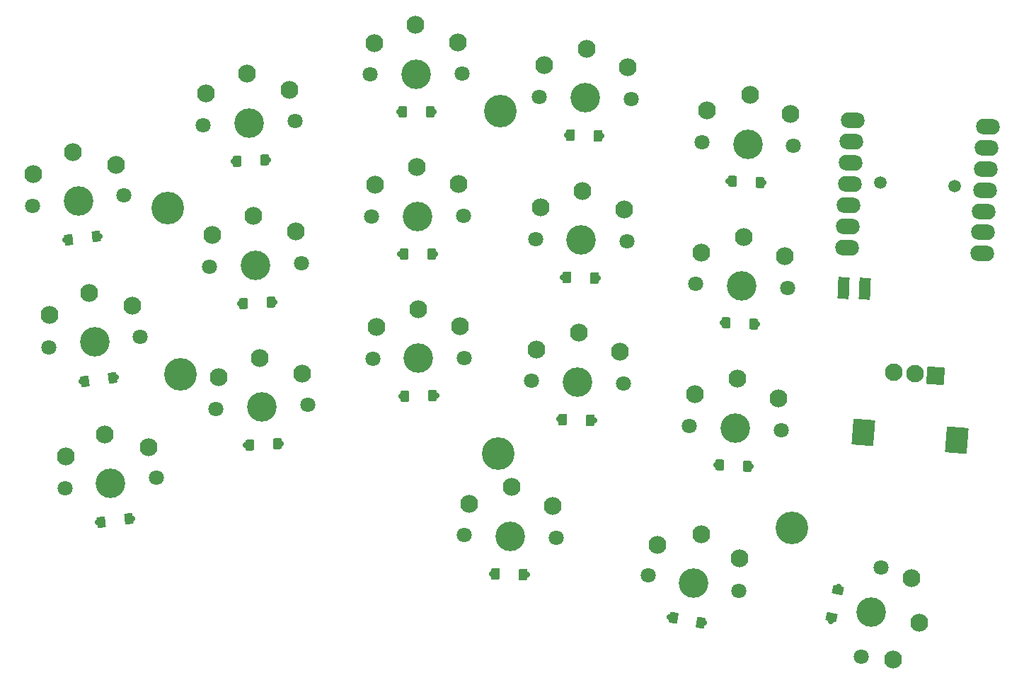
<source format=gbr>
%TF.GenerationSoftware,KiCad,Pcbnew,7.0.8*%
%TF.CreationDate,2023-11-06T14:18:33+01:00*%
%TF.ProjectId,goose_choc_routing,676f6f73-655f-4636-986f-635f726f7574,v1.0.0*%
%TF.SameCoordinates,Original*%
%TF.FileFunction,Soldermask,Top*%
%TF.FilePolarity,Negative*%
%FSLAX46Y46*%
G04 Gerber Fmt 4.6, Leading zero omitted, Abs format (unit mm)*
G04 Created by KiCad (PCBNEW 7.0.8) date 2023-11-06 14:18:33*
%MOMM*%
%LPD*%
G01*
G04 APERTURE LIST*
G04 Aperture macros list*
%AMRoundRect*
0 Rectangle with rounded corners*
0 $1 Rounding radius*
0 $2 $3 $4 $5 $6 $7 $8 $9 X,Y pos of 4 corners*
0 Add a 4 corners polygon primitive as box body*
4,1,4,$2,$3,$4,$5,$6,$7,$8,$9,$2,$3,0*
0 Add four circle primitives for the rounded corners*
1,1,$1+$1,$2,$3*
1,1,$1+$1,$4,$5*
1,1,$1+$1,$6,$7*
1,1,$1+$1,$8,$9*
0 Add four rect primitives between the rounded corners*
20,1,$1+$1,$2,$3,$4,$5,0*
20,1,$1+$1,$4,$5,$6,$7,0*
20,1,$1+$1,$6,$7,$8,$9,0*
20,1,$1+$1,$8,$9,$2,$3,0*%
%AMHorizOval*
0 Thick line with rounded ends*
0 $1 width*
0 $2 $3 position (X,Y) of the first rounded end (center of the circle)*
0 $4 $5 position (X,Y) of the second rounded end (center of the circle)*
0 Add line between two ends*
20,1,$1,$2,$3,$4,$5,0*
0 Add two circle primitives to create the rounded ends*
1,1,$1,$2,$3*
1,1,$1,$4,$5*%
G04 Aperture macros list end*
%ADD10C,0.700000*%
%ADD11RoundRect,0.050000X0.475743X0.579800X-0.423400X0.619058X-0.475743X-0.579800X0.423400X-0.619058X0*%
%ADD12RoundRect,0.050000X0.465552X0.588015X-0.434140X0.611574X-0.465552X-0.588015X0.434140X-0.611574X0*%
%ADD13RoundRect,0.050000X0.423400X0.619058X-0.475743X0.579800X-0.423400X-0.619058X0.475743X-0.579800X0*%
%ADD14RoundRect,0.050000X0.379185X0.647085X-0.515029X0.545202X-0.379185X-0.647085X0.515029X-0.545202X0*%
%ADD15RoundRect,0.050000X0.542857X0.517500X-0.344800X0.666043X-0.542857X-0.517500X0.344800X-0.666043X0*%
%ADD16RoundRect,0.050000X0.488380X-0.569197X0.683175X0.309469X-0.488380X0.569197X-0.683175X-0.309469X0*%
%ADD17RoundRect,0.050000X0.444747X0.603904X-0.455219X0.596050X-0.444747X-0.603904X0.455219X-0.596050X0*%
%ADD18RoundRect,0.050000X0.367834X0.653604X-0.524466X0.536130X-0.367834X-0.653604X0.524466X-0.536130X0*%
%ADD19RoundRect,0.050000X-0.678929X-1.221548X0.569881X-1.276072X0.678929X1.221548X-0.569881X1.276072X0*%
%ADD20C,3.900000*%
%ADD21RoundRect,0.050000X-0.918458X1.075376X-1.075376X-0.918458X0.918458X-1.075376X1.075376X0.918458X0*%
%ADD22C,2.100000*%
%ADD23RoundRect,0.050000X-1.128458X1.593450X-1.363835X-1.397302X1.128458X-1.593450X1.363835X1.397302X0*%
%ADD24C,1.801800*%
%ADD25C,3.529000*%
%ADD26C,2.132000*%
%ADD27HorizOval,1.900000X0.474548X-0.020719X-0.474548X0.020719X0*%
%ADD28HorizOval,1.900000X-0.474548X0.020719X0.474548X-0.020719X0*%
%ADD29C,1.497000*%
G04 APERTURE END LIST*
D10*
%TO.C,Di31*%
X254283098Y-148383113D03*
D11*
X253833527Y-148363484D03*
X250536667Y-148219540D03*
D10*
X250087096Y-148199911D03*
%TD*%
%TO.C,Di30*%
X236390284Y-108865226D03*
D12*
X235940439Y-108853446D03*
X232641569Y-108767062D03*
D10*
X232191724Y-108755282D03*
%TD*%
%TO.C,Di22*%
X198023794Y-145694188D03*
D13*
X197574223Y-145713817D03*
X194277363Y-145857761D03*
D10*
X193827792Y-145877390D03*
%TD*%
%TO.C,Di19*%
X180239972Y-154629280D03*
D14*
X179792865Y-154680222D03*
X176514077Y-155053792D03*
D10*
X176066970Y-155104734D03*
%TD*%
%TO.C,Di34*%
X227461149Y-161324439D03*
D12*
X227011304Y-161312659D03*
X223712434Y-161226275D03*
D10*
X223262589Y-161214495D03*
%TD*%
%TO.C,Di33*%
X255766171Y-114415477D03*
D11*
X255316600Y-114395848D03*
X252019740Y-114251904D03*
D10*
X251570169Y-114232275D03*
%TD*%
%TO.C,Di32*%
X255024642Y-131399287D03*
D11*
X254575071Y-131379658D03*
X251278211Y-131235714D03*
D10*
X250828640Y-131216085D03*
%TD*%
%TO.C,Di35*%
X248681783Y-167128759D03*
D15*
X248237954Y-167054488D03*
X244983212Y-166509830D03*
D10*
X244539383Y-166435559D03*
%TD*%
%TO.C,Di36*%
X263810160Y-166896652D03*
D16*
X263907558Y-166457318D03*
X264621808Y-163235542D03*
D10*
X264719206Y-162796208D03*
%TD*%
%TO.C,Di23*%
X197282275Y-128710374D03*
D13*
X196832704Y-128730003D03*
X193535844Y-128873947D03*
D10*
X193086273Y-128893576D03*
%TD*%
%TO.C,Di21*%
X176391075Y-120847842D03*
D14*
X175943968Y-120898784D03*
X172665180Y-121272354D03*
D10*
X172218073Y-121323296D03*
%TD*%
%TO.C,Di24*%
X196540740Y-111726550D03*
D13*
X196091169Y-111746179D03*
X192794309Y-111890123D03*
D10*
X192344738Y-111909752D03*
%TD*%
%TO.C,Di26*%
X216484159Y-122948224D03*
D17*
X216034176Y-122952151D03*
X212734302Y-122980949D03*
D10*
X212284319Y-122984876D03*
%TD*%
%TO.C,Di28*%
X235500274Y-142853570D03*
D12*
X235050429Y-142841790D03*
X231751559Y-142755406D03*
D10*
X231301714Y-142743626D03*
%TD*%
%TO.C,Di25*%
X216632519Y-139947561D03*
D17*
X216182536Y-139951488D03*
X212882662Y-139980286D03*
D10*
X212432679Y-139984213D03*
%TD*%
%TO.C,Di29*%
X235945277Y-125859408D03*
D12*
X235495432Y-125847628D03*
X232196562Y-125761244D03*
D10*
X231746717Y-125749464D03*
%TD*%
%TO.C,Di27*%
X216335810Y-105948862D03*
D17*
X215885827Y-105952789D03*
X212585953Y-105981587D03*
D10*
X212135970Y-105985514D03*
%TD*%
%TO.C,Di20*%
X178311063Y-137702187D03*
D18*
X177864913Y-137760924D03*
X174593145Y-138191660D03*
D10*
X174146995Y-138250397D03*
%TD*%
D19*
%TO.C,PAD1*%
X265374349Y-127046601D03*
X267871969Y-127155649D03*
%TD*%
D20*
%TO.C,H4*%
X224018782Y-146883593D03*
%TD*%
%TO.C,H5*%
X259186608Y-155738052D03*
%TD*%
%TO.C,H3*%
X224276538Y-105889461D03*
%TD*%
%TO.C,H2*%
X186020288Y-137374369D03*
%TD*%
%TO.C,H1*%
X184451928Y-117446353D03*
%TD*%
D21*
%TO.C,ROT1*%
X276359424Y-137517152D03*
D22*
X271374837Y-137124857D03*
X273867131Y-137321004D03*
D23*
X278861425Y-145237255D03*
X267695950Y-144358513D03*
%TD*%
D24*
%TO.C,S10*%
X228020666Y-138156173D03*
D25*
X233518781Y-138300146D03*
D24*
X239016896Y-138444119D03*
D26*
X228619967Y-134370563D03*
X238616540Y-134632333D03*
X233673225Y-132402168D03*
%TD*%
D24*
%TO.C,S17*%
X241928727Y-161436115D03*
D25*
X247353298Y-162343877D03*
D24*
X252777869Y-163251639D03*
D26*
X243049051Y-157770754D03*
X252911907Y-159421230D03*
X248327079Y-156524792D03*
%TD*%
D24*
%TO.C,S4*%
X190234741Y-141529975D03*
D25*
X195729506Y-141290068D03*
D24*
X201224271Y-141050161D03*
D26*
X190568511Y-137711782D03*
X200558993Y-137275588D03*
X195472152Y-135395683D03*
%TD*%
D24*
%TO.C,S18*%
X269848447Y-160450782D03*
D25*
X268658029Y-165820410D03*
D24*
X267467611Y-171190038D03*
D26*
X273450152Y-161761400D03*
X271285756Y-171524361D03*
X274418175Y-167097404D03*
%TD*%
D24*
%TO.C,S11*%
X228465674Y-121161997D03*
D25*
X233963789Y-121305970D03*
D24*
X239461904Y-121449943D03*
D26*
X229064975Y-117376387D03*
X239061548Y-117638157D03*
X234118233Y-115407992D03*
%TD*%
D24*
%TO.C,S3*%
X168330516Y-117237113D03*
D25*
X173795161Y-116614495D03*
D24*
X179259806Y-115991877D03*
D26*
X168397130Y-113404938D03*
X178332848Y-112272906D03*
X173127262Y-110752421D03*
%TD*%
D24*
%TO.C,S5*%
X189493223Y-124546166D03*
D25*
X194987988Y-124306259D03*
D24*
X200482753Y-124066352D03*
D26*
X189826993Y-120727973D03*
X199817475Y-120291779D03*
X194730634Y-118411874D03*
%TD*%
D24*
%TO.C,S8*%
X208845185Y-118514710D03*
D25*
X214344976Y-118466714D03*
D24*
X219844767Y-118418718D03*
D26*
X209312006Y-114710491D03*
X219311625Y-114623226D03*
X214293489Y-112566939D03*
%TD*%
D24*
%TO.C,S16*%
X219981556Y-156627032D03*
D25*
X225479671Y-156771005D03*
D24*
X230977786Y-156914978D03*
D26*
X220580857Y-152841422D03*
X230577430Y-153103192D03*
X225634115Y-150873027D03*
%TD*%
D24*
%TO.C,S7*%
X208993537Y-135514062D03*
D25*
X214493328Y-135466066D03*
D24*
X219993119Y-135418070D03*
D26*
X209460358Y-131709843D03*
X219459977Y-131622578D03*
X214441841Y-129566291D03*
%TD*%
D24*
%TO.C,S12*%
X228910691Y-104167817D03*
D25*
X234408806Y-104311790D03*
D24*
X239906921Y-104455763D03*
D26*
X229509992Y-100382207D03*
X239506565Y-100643977D03*
X234563250Y-98413812D03*
%TD*%
D24*
%TO.C,S6*%
X188751685Y-107562350D03*
D25*
X194246450Y-107322443D03*
D24*
X199741215Y-107082536D03*
D26*
X189085455Y-103744157D03*
X199075937Y-103307963D03*
X193989096Y-101428058D03*
%TD*%
D24*
%TO.C,S9*%
X208696837Y-101515354D03*
D25*
X214196628Y-101467358D03*
D24*
X219696419Y-101419362D03*
D26*
X209163658Y-97711135D03*
X219163277Y-97623870D03*
X214145141Y-95567583D03*
%TD*%
D24*
%TO.C,S1*%
X172179428Y-151018552D03*
D25*
X177644073Y-150395934D03*
D24*
X183108718Y-149773316D03*
D26*
X172246042Y-147186377D03*
X182181760Y-146054345D03*
X176976174Y-144533860D03*
%TD*%
D24*
%TO.C,S2*%
X170254967Y-134127836D03*
D25*
X175719612Y-133505218D03*
D24*
X181184257Y-132882600D03*
D26*
X170321581Y-130295661D03*
X180257299Y-129163629D03*
X175051713Y-127643144D03*
%TD*%
D24*
%TO.C,S13*%
X246886626Y-143555885D03*
D25*
X252381391Y-143795792D03*
D24*
X257876156Y-144035699D03*
D26*
X247551904Y-139781312D03*
X257542386Y-140217506D03*
X252638745Y-137901407D03*
%TD*%
D24*
%TO.C,S15*%
X248369685Y-109588255D03*
D25*
X253864450Y-109828162D03*
D24*
X259359215Y-110068069D03*
D26*
X249034963Y-105813682D03*
X259025445Y-106249876D03*
X254121804Y-103933777D03*
%TD*%
D24*
%TO.C,S14*%
X247628154Y-126572072D03*
D25*
X253122919Y-126811979D03*
D24*
X258617684Y-127051886D03*
D26*
X248293432Y-122797499D03*
X258283914Y-123233693D03*
X253380273Y-120917594D03*
%TD*%
D27*
%TO.C,MCU1*%
X266404644Y-107002461D03*
X266293851Y-109540043D03*
X266183058Y-112077626D03*
X266072265Y-114615208D03*
X265961471Y-117152791D03*
X265850678Y-119690373D03*
X265739885Y-122227956D03*
D28*
X281914476Y-122934153D03*
X282025269Y-120396571D03*
X282136062Y-117858988D03*
X282246855Y-115321406D03*
X282357649Y-112783823D03*
X282468442Y-110246241D03*
X282579235Y-107708658D03*
D29*
X269732618Y-114457721D03*
X278609863Y-114845309D03*
%TD*%
M02*

</source>
